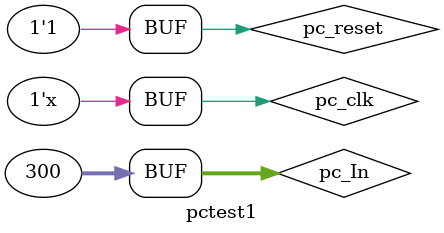
<source format=v>
`timescale 1ns / 1ps


module pctest1;

	// Inputs
	reg pc_clk;
	reg pc_reset;
	reg [31:0] pc_In;

	// Outputs
	wire [31:0] pc_Out;

	// Instantiate the Unit Under Test (UUT)
	pc uut (
		.pc_clk(pc_clk), 
		.pc_reset(pc_reset), 
		.pc_In(pc_In), 
		.pc_Out(pc_Out)
	);

	initial begin
		// Initialize Inputs
		pc_clk = 0;
		pc_reset = 1;
		pc_In = 0;
		#5
		pc_reset = 0;
		pc_In = 300;
		#10
		pc_reset = 1;

		// Wait 100 ns for global reset to finish
        
		// Add stimulus here

	end
	
	always #5 pc_clk = ~pc_clk;
      
endmodule


</source>
